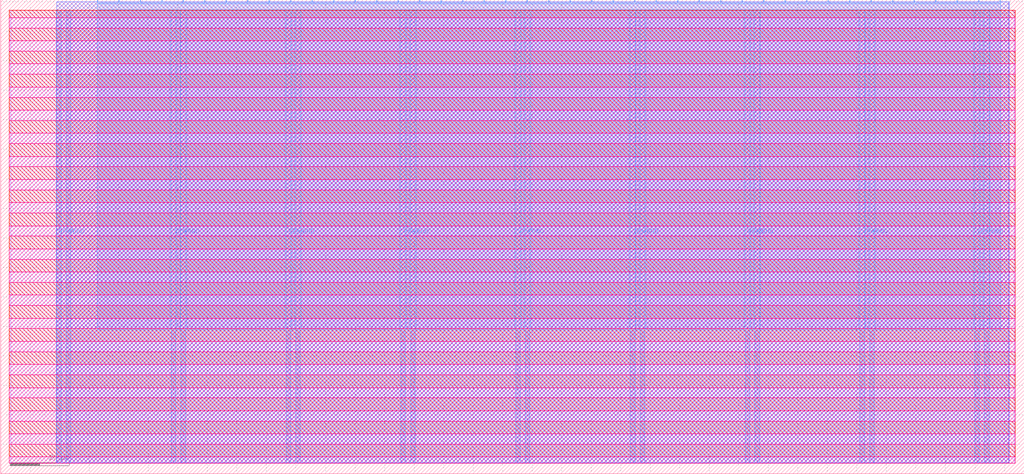
<source format=lef>
VERSION 5.7 ;
  NOWIREEXTENSIONATPIN ON ;
  DIVIDERCHAR "/" ;
  BUSBITCHARS "[]" ;
MACRO tt_um_htfab_cells
  CLASS BLOCK ;
  FOREIGN tt_um_htfab_cells ;
  ORIGIN 0.000 0.000 ;
  SIZE 346.640 BY 160.720 ;
  PIN VGND
    DIRECTION INOUT ;
    USE GROUND ;
    PORT
      LAYER Metal4 ;
        RECT 22.180 3.620 23.780 157.100 ;
    END
    PORT
      LAYER Metal4 ;
        RECT 61.050 3.620 62.650 157.100 ;
    END
    PORT
      LAYER Metal4 ;
        RECT 99.920 3.620 101.520 157.100 ;
    END
    PORT
      LAYER Metal4 ;
        RECT 138.790 3.620 140.390 157.100 ;
    END
    PORT
      LAYER Metal4 ;
        RECT 177.660 3.620 179.260 157.100 ;
    END
    PORT
      LAYER Metal4 ;
        RECT 216.530 3.620 218.130 157.100 ;
    END
    PORT
      LAYER Metal4 ;
        RECT 255.400 3.620 257.000 157.100 ;
    END
    PORT
      LAYER Metal4 ;
        RECT 294.270 3.620 295.870 157.100 ;
    END
    PORT
      LAYER Metal4 ;
        RECT 333.140 3.620 334.740 157.100 ;
    END
  END VGND
  PIN VPWR
    DIRECTION INOUT ;
    USE POWER ;
    PORT
      LAYER Metal4 ;
        RECT 18.880 3.620 20.480 157.100 ;
    END
    PORT
      LAYER Metal4 ;
        RECT 57.750 3.620 59.350 157.100 ;
    END
    PORT
      LAYER Metal4 ;
        RECT 96.620 3.620 98.220 157.100 ;
    END
    PORT
      LAYER Metal4 ;
        RECT 135.490 3.620 137.090 157.100 ;
    END
    PORT
      LAYER Metal4 ;
        RECT 174.360 3.620 175.960 157.100 ;
    END
    PORT
      LAYER Metal4 ;
        RECT 213.230 3.620 214.830 157.100 ;
    END
    PORT
      LAYER Metal4 ;
        RECT 252.100 3.620 253.700 157.100 ;
    END
    PORT
      LAYER Metal4 ;
        RECT 290.970 3.620 292.570 157.100 ;
    END
    PORT
      LAYER Metal4 ;
        RECT 329.840 3.620 331.440 157.100 ;
    END
  END VPWR
  PIN clk
    DIRECTION INPUT ;
    USE SIGNAL ;
    PORT
      LAYER Metal4 ;
        RECT 331.090 159.720 331.390 160.720 ;
    END
  END clk
  PIN ena
    DIRECTION INPUT ;
    USE SIGNAL ;
    ANTENNAGATEAREA 0.396000 ;
    PORT
      LAYER Metal4 ;
        RECT 338.370 159.720 338.670 160.720 ;
    END
  END ena
  PIN rst_n
    DIRECTION INPUT ;
    USE SIGNAL ;
    PORT
      LAYER Metal4 ;
        RECT 323.810 159.720 324.110 160.720 ;
    END
  END rst_n
  PIN ui_in[0]
    DIRECTION INPUT ;
    USE SIGNAL ;
    ANTENNAGATEAREA 0.396000 ;
    PORT
      LAYER Metal4 ;
        RECT 316.530 159.720 316.830 160.720 ;
    END
  END ui_in[0]
  PIN ui_in[1]
    DIRECTION INPUT ;
    USE SIGNAL ;
    ANTENNAGATEAREA 0.396000 ;
    PORT
      LAYER Metal4 ;
        RECT 309.250 159.720 309.550 160.720 ;
    END
  END ui_in[1]
  PIN ui_in[2]
    DIRECTION INPUT ;
    USE SIGNAL ;
    ANTENNAGATEAREA 0.396000 ;
    PORT
      LAYER Metal4 ;
        RECT 301.970 159.720 302.270 160.720 ;
    END
  END ui_in[2]
  PIN ui_in[3]
    DIRECTION INPUT ;
    USE SIGNAL ;
    ANTENNAGATEAREA 0.498500 ;
    PORT
      LAYER Metal4 ;
        RECT 294.690 159.720 294.990 160.720 ;
    END
  END ui_in[3]
  PIN ui_in[4]
    DIRECTION INPUT ;
    USE SIGNAL ;
    ANTENNAGATEAREA 2.204000 ;
    PORT
      LAYER Metal4 ;
        RECT 287.410 159.720 287.710 160.720 ;
    END
  END ui_in[4]
  PIN ui_in[5]
    DIRECTION INPUT ;
    USE SIGNAL ;
    ANTENNAGATEAREA 425.950989 ;
    PORT
      LAYER Metal4 ;
        RECT 280.130 159.720 280.430 160.720 ;
    END
  END ui_in[5]
  PIN ui_in[6]
    DIRECTION INPUT ;
    USE SIGNAL ;
    ANTENNAGATEAREA 241.764496 ;
    PORT
      LAYER Metal4 ;
        RECT 272.850 159.720 273.150 160.720 ;
    END
  END ui_in[6]
  PIN ui_in[7]
    DIRECTION INPUT ;
    USE SIGNAL ;
    ANTENNAGATEAREA 201.940002 ;
    PORT
      LAYER Metal4 ;
        RECT 265.570 159.720 265.870 160.720 ;
    END
  END ui_in[7]
  PIN uio_in[0]
    DIRECTION INPUT ;
    USE SIGNAL ;
    ANTENNAGATEAREA 129.712997 ;
    PORT
      LAYER Metal4 ;
        RECT 258.290 159.720 258.590 160.720 ;
    END
  END uio_in[0]
  PIN uio_in[1]
    DIRECTION INPUT ;
    USE SIGNAL ;
    ANTENNAGATEAREA 56.162498 ;
    PORT
      LAYER Metal4 ;
        RECT 251.010 159.720 251.310 160.720 ;
    END
  END uio_in[1]
  PIN uio_in[2]
    DIRECTION INPUT ;
    USE SIGNAL ;
    ANTENNAGATEAREA 43.678497 ;
    PORT
      LAYER Metal4 ;
        RECT 243.730 159.720 244.030 160.720 ;
    END
  END uio_in[2]
  PIN uio_in[3]
    DIRECTION INPUT ;
    USE SIGNAL ;
    ANTENNAGATEAREA 0.396000 ;
    PORT
      LAYER Metal4 ;
        RECT 236.450 159.720 236.750 160.720 ;
    END
  END uio_in[3]
  PIN uio_in[4]
    DIRECTION INPUT ;
    USE SIGNAL ;
    PORT
      LAYER Metal4 ;
        RECT 229.170 159.720 229.470 160.720 ;
    END
  END uio_in[4]
  PIN uio_in[5]
    DIRECTION INPUT ;
    USE SIGNAL ;
    PORT
      LAYER Metal4 ;
        RECT 221.890 159.720 222.190 160.720 ;
    END
  END uio_in[5]
  PIN uio_in[6]
    DIRECTION INPUT ;
    USE SIGNAL ;
    PORT
      LAYER Metal4 ;
        RECT 214.610 159.720 214.910 160.720 ;
    END
  END uio_in[6]
  PIN uio_in[7]
    DIRECTION INPUT ;
    USE SIGNAL ;
    PORT
      LAYER Metal4 ;
        RECT 207.330 159.720 207.630 160.720 ;
    END
  END uio_in[7]
  PIN uio_oe[0]
    DIRECTION OUTPUT ;
    USE SIGNAL ;
    ANTENNADIFFAREA 0.360800 ;
    PORT
      LAYER Metal4 ;
        RECT 83.570 159.720 83.870 160.720 ;
    END
  END uio_oe[0]
  PIN uio_oe[1]
    DIRECTION OUTPUT ;
    USE SIGNAL ;
    ANTENNADIFFAREA 0.360800 ;
    PORT
      LAYER Metal4 ;
        RECT 76.290 159.720 76.590 160.720 ;
    END
  END uio_oe[1]
  PIN uio_oe[2]
    DIRECTION OUTPUT ;
    USE SIGNAL ;
    ANTENNADIFFAREA 0.360800 ;
    PORT
      LAYER Metal4 ;
        RECT 69.010 159.720 69.310 160.720 ;
    END
  END uio_oe[2]
  PIN uio_oe[3]
    DIRECTION OUTPUT ;
    USE SIGNAL ;
    ANTENNADIFFAREA 0.360800 ;
    PORT
      LAYER Metal4 ;
        RECT 61.730 159.720 62.030 160.720 ;
    END
  END uio_oe[3]
  PIN uio_oe[4]
    DIRECTION OUTPUT ;
    USE SIGNAL ;
    ANTENNADIFFAREA 0.360800 ;
    PORT
      LAYER Metal4 ;
        RECT 54.450 159.720 54.750 160.720 ;
    END
  END uio_oe[4]
  PIN uio_oe[5]
    DIRECTION OUTPUT ;
    USE SIGNAL ;
    ANTENNADIFFAREA 0.360800 ;
    PORT
      LAYER Metal4 ;
        RECT 47.170 159.720 47.470 160.720 ;
    END
  END uio_oe[5]
  PIN uio_oe[6]
    DIRECTION OUTPUT ;
    USE SIGNAL ;
    ANTENNADIFFAREA 0.360800 ;
    PORT
      LAYER Metal4 ;
        RECT 39.890 159.720 40.190 160.720 ;
    END
  END uio_oe[6]
  PIN uio_oe[7]
    DIRECTION OUTPUT ;
    USE SIGNAL ;
    ANTENNADIFFAREA 0.360800 ;
    PORT
      LAYER Metal4 ;
        RECT 32.610 159.720 32.910 160.720 ;
    END
  END uio_oe[7]
  PIN uio_out[0]
    DIRECTION OUTPUT ;
    USE SIGNAL ;
    ANTENNADIFFAREA 0.360800 ;
    PORT
      LAYER Metal4 ;
        RECT 141.810 159.720 142.110 160.720 ;
    END
  END uio_out[0]
  PIN uio_out[1]
    DIRECTION OUTPUT ;
    USE SIGNAL ;
    ANTENNADIFFAREA 0.360800 ;
    PORT
      LAYER Metal4 ;
        RECT 134.530 159.720 134.830 160.720 ;
    END
  END uio_out[1]
  PIN uio_out[2]
    DIRECTION OUTPUT ;
    USE SIGNAL ;
    ANTENNADIFFAREA 0.360800 ;
    PORT
      LAYER Metal4 ;
        RECT 127.250 159.720 127.550 160.720 ;
    END
  END uio_out[2]
  PIN uio_out[3]
    DIRECTION OUTPUT ;
    USE SIGNAL ;
    ANTENNADIFFAREA 0.360800 ;
    PORT
      LAYER Metal4 ;
        RECT 119.970 159.720 120.270 160.720 ;
    END
  END uio_out[3]
  PIN uio_out[4]
    DIRECTION OUTPUT ;
    USE SIGNAL ;
    ANTENNADIFFAREA 0.360800 ;
    PORT
      LAYER Metal4 ;
        RECT 112.690 159.720 112.990 160.720 ;
    END
  END uio_out[4]
  PIN uio_out[5]
    DIRECTION OUTPUT ;
    USE SIGNAL ;
    ANTENNADIFFAREA 0.360800 ;
    PORT
      LAYER Metal4 ;
        RECT 105.410 159.720 105.710 160.720 ;
    END
  END uio_out[5]
  PIN uio_out[6]
    DIRECTION OUTPUT ;
    USE SIGNAL ;
    ANTENNADIFFAREA 0.360800 ;
    PORT
      LAYER Metal4 ;
        RECT 98.130 159.720 98.430 160.720 ;
    END
  END uio_out[6]
  PIN uio_out[7]
    DIRECTION OUTPUT ;
    USE SIGNAL ;
    ANTENNADIFFAREA 0.360800 ;
    PORT
      LAYER Metal4 ;
        RECT 90.850 159.720 91.150 160.720 ;
    END
  END uio_out[7]
  PIN uo_out[0]
    DIRECTION OUTPUT ;
    USE SIGNAL ;
    ANTENNADIFFAREA 4.389000 ;
    PORT
      LAYER Metal4 ;
        RECT 200.050 159.720 200.350 160.720 ;
    END
  END uo_out[0]
  PIN uo_out[1]
    DIRECTION OUTPUT ;
    USE SIGNAL ;
    ANTENNADIFFAREA 4.389000 ;
    PORT
      LAYER Metal4 ;
        RECT 192.770 159.720 193.070 160.720 ;
    END
  END uo_out[1]
  PIN uo_out[2]
    DIRECTION OUTPUT ;
    USE SIGNAL ;
    ANTENNADIFFAREA 4.389000 ;
    PORT
      LAYER Metal4 ;
        RECT 185.490 159.720 185.790 160.720 ;
    END
  END uo_out[2]
  PIN uo_out[3]
    DIRECTION OUTPUT ;
    USE SIGNAL ;
    ANTENNADIFFAREA 4.389000 ;
    PORT
      LAYER Metal4 ;
        RECT 178.210 159.720 178.510 160.720 ;
    END
  END uo_out[3]
  PIN uo_out[4]
    DIRECTION OUTPUT ;
    USE SIGNAL ;
    ANTENNADIFFAREA 4.389000 ;
    PORT
      LAYER Metal4 ;
        RECT 170.930 159.720 171.230 160.720 ;
    END
  END uo_out[4]
  PIN uo_out[5]
    DIRECTION OUTPUT ;
    USE SIGNAL ;
    ANTENNADIFFAREA 2.069600 ;
    PORT
      LAYER Metal4 ;
        RECT 163.650 159.720 163.950 160.720 ;
    END
  END uo_out[5]
  PIN uo_out[6]
    DIRECTION OUTPUT ;
    USE SIGNAL ;
    ANTENNADIFFAREA 4.389000 ;
    PORT
      LAYER Metal4 ;
        RECT 156.370 159.720 156.670 160.720 ;
    END
  END uo_out[6]
  PIN uo_out[7]
    DIRECTION OUTPUT ;
    USE SIGNAL ;
    ANTENNADIFFAREA 3.879200 ;
    PORT
      LAYER Metal4 ;
        RECT 149.090 159.720 149.390 160.720 ;
    END
  END uo_out[7]
  OBS
      LAYER Nwell ;
        RECT 2.930 154.640 343.710 157.230 ;
      LAYER Pwell ;
        RECT 2.930 151.120 343.710 154.640 ;
      LAYER Nwell ;
        RECT 2.930 146.800 343.710 151.120 ;
      LAYER Pwell ;
        RECT 2.930 143.280 343.710 146.800 ;
      LAYER Nwell ;
        RECT 2.930 138.960 343.710 143.280 ;
      LAYER Pwell ;
        RECT 2.930 135.440 343.710 138.960 ;
      LAYER Nwell ;
        RECT 2.930 131.120 343.710 135.440 ;
      LAYER Pwell ;
        RECT 2.930 127.600 343.710 131.120 ;
      LAYER Nwell ;
        RECT 2.930 123.280 343.710 127.600 ;
      LAYER Pwell ;
        RECT 2.930 119.760 343.710 123.280 ;
      LAYER Nwell ;
        RECT 2.930 115.440 343.710 119.760 ;
      LAYER Pwell ;
        RECT 2.930 111.920 343.710 115.440 ;
      LAYER Nwell ;
        RECT 2.930 107.600 343.710 111.920 ;
      LAYER Pwell ;
        RECT 2.930 104.080 343.710 107.600 ;
      LAYER Nwell ;
        RECT 2.930 99.760 343.710 104.080 ;
      LAYER Pwell ;
        RECT 2.930 96.240 343.710 99.760 ;
      LAYER Nwell ;
        RECT 2.930 91.920 343.710 96.240 ;
      LAYER Pwell ;
        RECT 2.930 88.400 343.710 91.920 ;
      LAYER Nwell ;
        RECT 2.930 84.080 343.710 88.400 ;
      LAYER Pwell ;
        RECT 2.930 80.560 343.710 84.080 ;
      LAYER Nwell ;
        RECT 2.930 76.240 343.710 80.560 ;
      LAYER Pwell ;
        RECT 2.930 72.720 343.710 76.240 ;
      LAYER Nwell ;
        RECT 2.930 68.400 343.710 72.720 ;
      LAYER Pwell ;
        RECT 2.930 64.880 343.710 68.400 ;
      LAYER Nwell ;
        RECT 2.930 60.560 343.710 64.880 ;
      LAYER Pwell ;
        RECT 2.930 57.040 343.710 60.560 ;
      LAYER Nwell ;
        RECT 2.930 52.720 343.710 57.040 ;
      LAYER Pwell ;
        RECT 2.930 49.200 343.710 52.720 ;
      LAYER Nwell ;
        RECT 2.930 44.880 343.710 49.200 ;
      LAYER Pwell ;
        RECT 2.930 41.360 343.710 44.880 ;
      LAYER Nwell ;
        RECT 2.930 37.040 343.710 41.360 ;
      LAYER Pwell ;
        RECT 2.930 33.520 343.710 37.040 ;
      LAYER Nwell ;
        RECT 2.930 29.200 343.710 33.520 ;
      LAYER Pwell ;
        RECT 2.930 25.680 343.710 29.200 ;
      LAYER Nwell ;
        RECT 2.930 21.360 343.710 25.680 ;
      LAYER Pwell ;
        RECT 2.930 17.840 343.710 21.360 ;
      LAYER Nwell ;
        RECT 2.930 13.520 343.710 17.840 ;
      LAYER Pwell ;
        RECT 2.930 10.000 343.710 13.520 ;
      LAYER Nwell ;
        RECT 2.930 5.680 343.710 10.000 ;
      LAYER Pwell ;
        RECT 2.930 3.490 343.710 5.680 ;
      LAYER Metal1 ;
        RECT 3.360 3.620 343.280 157.100 ;
      LAYER Metal2 ;
        RECT 19.020 3.730 341.460 160.070 ;
      LAYER Metal3 ;
        RECT 18.970 3.780 341.510 160.020 ;
      LAYER Metal4 ;
        RECT 33.210 159.420 39.590 159.720 ;
        RECT 40.490 159.420 46.870 159.720 ;
        RECT 47.770 159.420 54.150 159.720 ;
        RECT 55.050 159.420 61.430 159.720 ;
        RECT 62.330 159.420 68.710 159.720 ;
        RECT 69.610 159.420 75.990 159.720 ;
        RECT 76.890 159.420 83.270 159.720 ;
        RECT 84.170 159.420 90.550 159.720 ;
        RECT 91.450 159.420 97.830 159.720 ;
        RECT 98.730 159.420 105.110 159.720 ;
        RECT 106.010 159.420 112.390 159.720 ;
        RECT 113.290 159.420 119.670 159.720 ;
        RECT 120.570 159.420 126.950 159.720 ;
        RECT 127.850 159.420 134.230 159.720 ;
        RECT 135.130 159.420 141.510 159.720 ;
        RECT 142.410 159.420 148.790 159.720 ;
        RECT 149.690 159.420 156.070 159.720 ;
        RECT 156.970 159.420 163.350 159.720 ;
        RECT 164.250 159.420 170.630 159.720 ;
        RECT 171.530 159.420 177.910 159.720 ;
        RECT 178.810 159.420 185.190 159.720 ;
        RECT 186.090 159.420 192.470 159.720 ;
        RECT 193.370 159.420 199.750 159.720 ;
        RECT 200.650 159.420 207.030 159.720 ;
        RECT 207.930 159.420 214.310 159.720 ;
        RECT 215.210 159.420 221.590 159.720 ;
        RECT 222.490 159.420 228.870 159.720 ;
        RECT 229.770 159.420 236.150 159.720 ;
        RECT 237.050 159.420 243.430 159.720 ;
        RECT 244.330 159.420 250.710 159.720 ;
        RECT 251.610 159.420 257.990 159.720 ;
        RECT 258.890 159.420 265.270 159.720 ;
        RECT 266.170 159.420 272.550 159.720 ;
        RECT 273.450 159.420 279.830 159.720 ;
        RECT 280.730 159.420 287.110 159.720 ;
        RECT 288.010 159.420 294.390 159.720 ;
        RECT 295.290 159.420 301.670 159.720 ;
        RECT 302.570 159.420 308.950 159.720 ;
        RECT 309.850 159.420 316.230 159.720 ;
        RECT 317.130 159.420 323.510 159.720 ;
        RECT 324.410 159.420 330.790 159.720 ;
        RECT 331.690 159.420 338.070 159.720 ;
        RECT 32.620 157.400 338.660 159.420 ;
        RECT 32.620 48.810 57.450 157.400 ;
        RECT 59.650 48.810 60.750 157.400 ;
        RECT 62.950 48.810 96.320 157.400 ;
        RECT 98.520 48.810 99.620 157.400 ;
        RECT 101.820 48.810 135.190 157.400 ;
        RECT 137.390 48.810 138.490 157.400 ;
        RECT 140.690 48.810 174.060 157.400 ;
        RECT 176.260 48.810 177.360 157.400 ;
        RECT 179.560 48.810 212.930 157.400 ;
        RECT 215.130 48.810 216.230 157.400 ;
        RECT 218.430 48.810 251.800 157.400 ;
        RECT 254.000 48.810 255.100 157.400 ;
        RECT 257.300 48.810 290.670 157.400 ;
        RECT 292.870 48.810 293.970 157.400 ;
        RECT 296.170 48.810 329.540 157.400 ;
        RECT 331.740 48.810 332.840 157.400 ;
        RECT 335.040 48.810 338.660 157.400 ;
  END
END tt_um_htfab_cells
END LIBRARY


</source>
